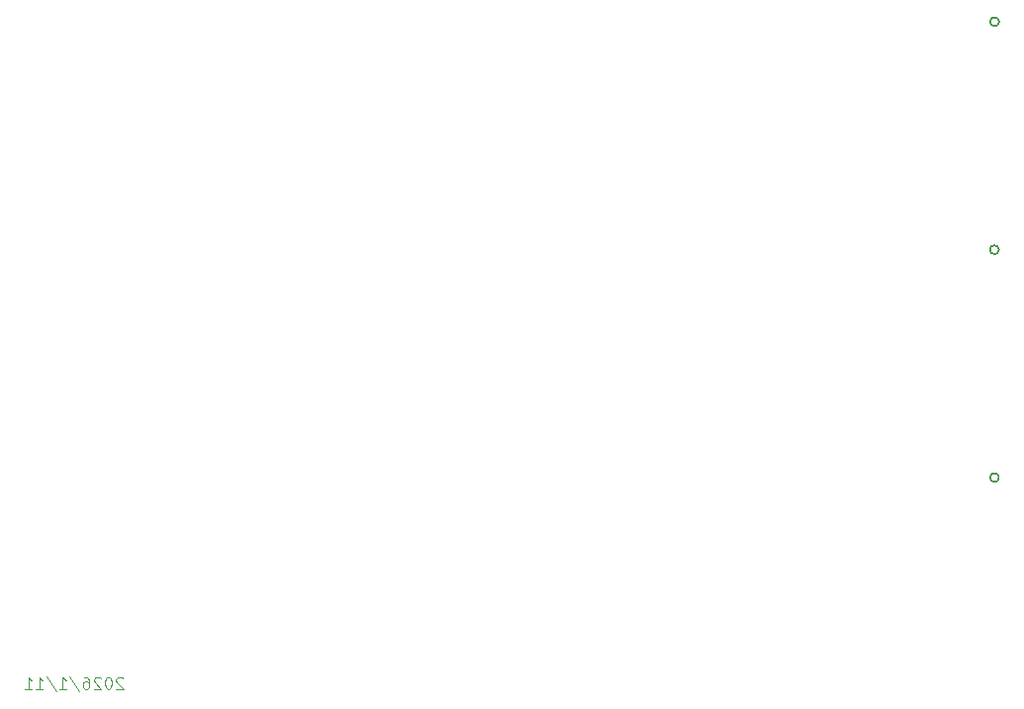
<source format=gbr>
%TF.GenerationSoftware,KiCad,Pcbnew,8.0.8*%
%TF.CreationDate,2026-01-13T22:41:42+09:00*%
%TF.ProjectId,robomas_f103_bridge_NHK2026,726f626f-6d61-4735-9f66-3130335f6272,rev?*%
%TF.SameCoordinates,Original*%
%TF.FileFunction,Legend,Bot*%
%TF.FilePolarity,Positive*%
%FSLAX46Y46*%
G04 Gerber Fmt 4.6, Leading zero omitted, Abs format (unit mm)*
G04 Created by KiCad (PCBNEW 8.0.8) date 2026-01-13 22:41:42*
%MOMM*%
%LPD*%
G01*
G04 APERTURE LIST*
%ADD10C,0.100000*%
%ADD11C,0.152400*%
G04 APERTURE END LIST*
D10*
X42042534Y-82667657D02*
X41994915Y-82620038D01*
X41994915Y-82620038D02*
X41899677Y-82572419D01*
X41899677Y-82572419D02*
X41661582Y-82572419D01*
X41661582Y-82572419D02*
X41566344Y-82620038D01*
X41566344Y-82620038D02*
X41518725Y-82667657D01*
X41518725Y-82667657D02*
X41471106Y-82762895D01*
X41471106Y-82762895D02*
X41471106Y-82858133D01*
X41471106Y-82858133D02*
X41518725Y-83000990D01*
X41518725Y-83000990D02*
X42090153Y-83572419D01*
X42090153Y-83572419D02*
X41471106Y-83572419D01*
X40852058Y-82572419D02*
X40756820Y-82572419D01*
X40756820Y-82572419D02*
X40661582Y-82620038D01*
X40661582Y-82620038D02*
X40613963Y-82667657D01*
X40613963Y-82667657D02*
X40566344Y-82762895D01*
X40566344Y-82762895D02*
X40518725Y-82953371D01*
X40518725Y-82953371D02*
X40518725Y-83191466D01*
X40518725Y-83191466D02*
X40566344Y-83381942D01*
X40566344Y-83381942D02*
X40613963Y-83477180D01*
X40613963Y-83477180D02*
X40661582Y-83524800D01*
X40661582Y-83524800D02*
X40756820Y-83572419D01*
X40756820Y-83572419D02*
X40852058Y-83572419D01*
X40852058Y-83572419D02*
X40947296Y-83524800D01*
X40947296Y-83524800D02*
X40994915Y-83477180D01*
X40994915Y-83477180D02*
X41042534Y-83381942D01*
X41042534Y-83381942D02*
X41090153Y-83191466D01*
X41090153Y-83191466D02*
X41090153Y-82953371D01*
X41090153Y-82953371D02*
X41042534Y-82762895D01*
X41042534Y-82762895D02*
X40994915Y-82667657D01*
X40994915Y-82667657D02*
X40947296Y-82620038D01*
X40947296Y-82620038D02*
X40852058Y-82572419D01*
X40137772Y-82667657D02*
X40090153Y-82620038D01*
X40090153Y-82620038D02*
X39994915Y-82572419D01*
X39994915Y-82572419D02*
X39756820Y-82572419D01*
X39756820Y-82572419D02*
X39661582Y-82620038D01*
X39661582Y-82620038D02*
X39613963Y-82667657D01*
X39613963Y-82667657D02*
X39566344Y-82762895D01*
X39566344Y-82762895D02*
X39566344Y-82858133D01*
X39566344Y-82858133D02*
X39613963Y-83000990D01*
X39613963Y-83000990D02*
X40185391Y-83572419D01*
X40185391Y-83572419D02*
X39566344Y-83572419D01*
X38709201Y-82572419D02*
X38899677Y-82572419D01*
X38899677Y-82572419D02*
X38994915Y-82620038D01*
X38994915Y-82620038D02*
X39042534Y-82667657D01*
X39042534Y-82667657D02*
X39137772Y-82810514D01*
X39137772Y-82810514D02*
X39185391Y-83000990D01*
X39185391Y-83000990D02*
X39185391Y-83381942D01*
X39185391Y-83381942D02*
X39137772Y-83477180D01*
X39137772Y-83477180D02*
X39090153Y-83524800D01*
X39090153Y-83524800D02*
X38994915Y-83572419D01*
X38994915Y-83572419D02*
X38804439Y-83572419D01*
X38804439Y-83572419D02*
X38709201Y-83524800D01*
X38709201Y-83524800D02*
X38661582Y-83477180D01*
X38661582Y-83477180D02*
X38613963Y-83381942D01*
X38613963Y-83381942D02*
X38613963Y-83143847D01*
X38613963Y-83143847D02*
X38661582Y-83048609D01*
X38661582Y-83048609D02*
X38709201Y-83000990D01*
X38709201Y-83000990D02*
X38804439Y-82953371D01*
X38804439Y-82953371D02*
X38994915Y-82953371D01*
X38994915Y-82953371D02*
X39090153Y-83000990D01*
X39090153Y-83000990D02*
X39137772Y-83048609D01*
X39137772Y-83048609D02*
X39185391Y-83143847D01*
X37471106Y-82524800D02*
X38328248Y-83810514D01*
X36613963Y-83572419D02*
X37185391Y-83572419D01*
X36899677Y-83572419D02*
X36899677Y-82572419D01*
X36899677Y-82572419D02*
X36994915Y-82715276D01*
X36994915Y-82715276D02*
X37090153Y-82810514D01*
X37090153Y-82810514D02*
X37185391Y-82858133D01*
X35471106Y-82524800D02*
X36328248Y-83810514D01*
X34613963Y-83572419D02*
X35185391Y-83572419D01*
X34899677Y-83572419D02*
X34899677Y-82572419D01*
X34899677Y-82572419D02*
X34994915Y-82715276D01*
X34994915Y-82715276D02*
X35090153Y-82810514D01*
X35090153Y-82810514D02*
X35185391Y-82858133D01*
X33661582Y-83572419D02*
X34233010Y-83572419D01*
X33947296Y-83572419D02*
X33947296Y-82572419D01*
X33947296Y-82572419D02*
X34042534Y-82715276D01*
X34042534Y-82715276D02*
X34137772Y-82810514D01*
X34137772Y-82810514D02*
X34233010Y-82858133D01*
D11*
%TO.C,J1*%
X117020000Y-26461000D02*
G75*
G02*
X116258000Y-26461000I-381000J0D01*
G01*
X116258000Y-26461000D02*
G75*
G02*
X117020000Y-26461000I381000J0D01*
G01*
%TO.C,J2*%
X117004000Y-45983000D02*
G75*
G02*
X116242000Y-45983000I-381000J0D01*
G01*
X116242000Y-45983000D02*
G75*
G02*
X117004000Y-45983000I381000J0D01*
G01*
%TO.C,J3*%
X117009000Y-65489000D02*
G75*
G02*
X116247000Y-65489000I-381000J0D01*
G01*
X116247000Y-65489000D02*
G75*
G02*
X117009000Y-65489000I381000J0D01*
G01*
%TD*%
M02*

</source>
